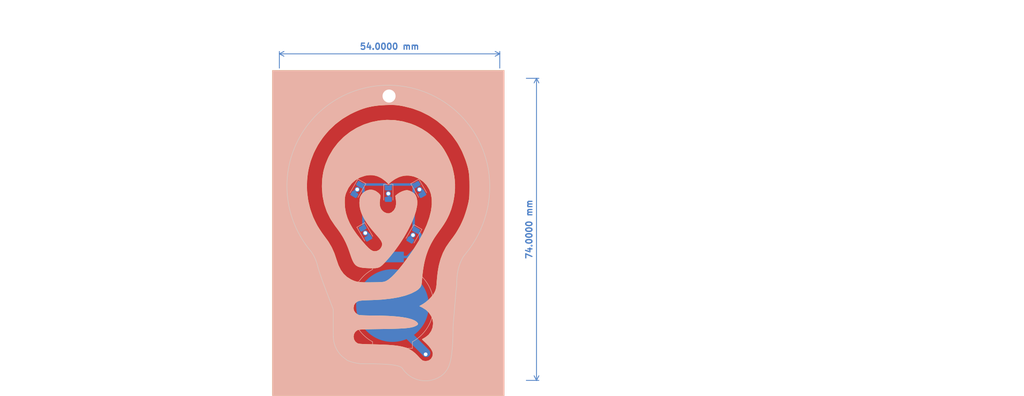
<source format=kicad_pcb>
(kicad_pcb (version 20211014) (generator pcbnew)
  (layers (0 "F.Cu" signal) (31 "B.Cu" signal) (34 "B.Paste" user) (35 "F.Paste" user) (36 "B.SilkS" user "B.Silkscreen") (37 "F.SilkS" user "F.Silkscreen") (38 "B.Mask" user) (39 "F.Mask" user) (44 "Edge.Cuts" user))
  (net 0 "")
  (footprint "MountingHole:MountingHole_3.2mm_M3_ISO7380" (layer "F.Cu") (at 139.8778 55.3466)
    (fp_text reference "REF**" (at 0 -3.85) (layer "F.SilkS"))
    (fp_text value "MountingHole_3.2mm_M3_ISO7380")
    (pad "" np_thru_hole circle (at 0 0) (size 3.2 3.2) (drill 3.2) (layers *.Cu *.Mask))
  )
  (footprint "LOGO" (layer "F.Cu") (at 139.7 88.9)
    (fp_text reference "G***" (at 0 0) (layer "F.SilkS") (effects (font (size 1.524 1.524) (thickness 0.3))))
    (fp_text value "LOGO" hide)
    (fp_poly (pts (xy 28.458639 39.895288) (xy -28.458638 39.895288) (xy -28.458638 -12.66868) (xy -19.940822 -12.66868) (xy -19.933882 -10.419173) (xy -19.674038 -8.192904) (xy -19.167216 -6.013001) (xy -18.419344 -3.902591) (xy -17.436346 -1.8848) (xy -16.224151 0.017243) (xy -15.676 0.741007) (xy -14.647475 2.154205) (xy -13.827478 3.561692) (xy -13.173416 5.04539) (xy -12.711933 6.442121) (xy -12.231146 7.840718) (xy -11.656964 9.006956) (xy -10.973419 9.962925) (xy -10.164545 10.730716) (xy -9.214376 11.332419) (xy -9.155653 11.362157) (xy -8.655327 11.597646) (xy -8.182856 11.778825) (xy -7.693806 11.911804) (xy -7.143744 12.002693) (xy -6.488237 12.0576) (xy -5.68285 12.082637) (xy -4.68315 12.083911) (xy -3.966017 12.075733) (xy -3.020019 12.060716) (xy -2.298306 12.043501) (xy -1.759203 12.019735) (xy -1.361032 11.985063) (xy -1.062121 11.935131) (xy -0.820792 11.865585) (xy -0.595372 11.77207) (xy -0.465445 11.710004) (xy 0.12999 11.331801) (xy 0.832662 10.733408) (xy 1.628529 9.931345) (xy 2.503551 8.942131) (xy 3.443687 7.782285) (xy 4.434895 6.468326) (xy 5.463134 5.016773) (xy 6.361853 3.677818) (xy 7.590659 1.683143) (xy 8.617224 -0.238033) (xy 9.439158 -2.076271) (xy 10.05407 -3.822134) (xy 10.459567 -5.466185) (xy 10.653259 -6.998986) (xy 10.632754 -8.4111) (xy 10.395662 -9.693091) (xy 10.006394 -10.705235) (xy 9.341593 -11.752213) (xy 8.476798 -12.638338) (xy 7.439229 -13.341007) (xy 6.256108 -13.837614) (xy 6.221548 -13.848213) (xy 5.038774 -14.076237) (xy 3.869008 -14.039503) (xy 2.71688 -13.739088) (xy 1.587024 -13.176072) (xy 0.746831 -12.573827) (xy 0.056396 -12.01146) (xy -0.66997 -12.662595) (xy -1.682801 -13.42754) (xy -2.727291 -13.930366) (xy -3.814411 -14.174115) (xy -4.955137 -14.16183) (xy -5.638131 -14.040357) (xy -6.912732 -13.616442) (xy -8.023574 -12.983781) (xy -8.965228 -12.147335) (xy -9.732267 -11.112064) (xy -10.319264 -9.882929) (xy -10.384293 -9.702777) (xy -10.529639 -9.227113) (xy -10.619458 -8.757227) (xy -10.664615 -8.206496) (xy -10.675974 -7.488302) (xy -10.675548 -7.380628) (xy -10.59587 -6.089285) (xy -10.363406 -4.827944) (xy -9.966351 -3.572997) (xy -9.3929 -2.300834) (xy -8.63125 -0.987848) (xy -7.669593 0.389572) (xy -6.496127 1.855033) (xy -5.474397 3.021163) (xy -4.839898 3.677551) (xy -4.299688 4.123952) (xy -3.81475 4.380529) (xy -3.346066 4.467443) (xy -2.854618 4.404856) (xy -2.81614 4.394802) (xy -2.240245 4.113814) (xy -1.94933 3.819142) (xy -1.656423 3.350303) (xy -1.520314 2.907881) (xy -1.551325 2.455312) (xy -1.759776 1.95603) (xy -2.155987 1.373471) (xy -2.75028 0.671067) (xy -2.877468 0.530855) (xy -4.130315 -0.91458) (xy -5.151105 -2.260257) (xy -5.947765 -3.521076) (xy -6.528224 -4.71194) (xy -6.90041 -5.847748) (xy -7.07225 -6.943401) (xy -7.086648 -7.380628) (xy -7.04128 -8.198752) (xy -6.894062 -8.833006) (xy -6.619858 -9.354187) (xy -6.22741 -9.800851) (xy -5.522425 -10.316648) (xy -4.764146 -10.582216) (xy -3.986266 -10.598671) (xy -3.222478 -10.367126) (xy -2.506474 -9.888696) (xy -2.280229 -9.670329) (xy -2.02325 -9.384802) (xy -1.908526 -9.164352) (xy -1.907187 -8.897712) (xy -1.981015 -8.517178) (xy -2.116415 -7.477918) (xy -2.045322 -6.594067) (xy -1.769278 -5.871005) (xy -1.289826 -5.314114) (xy -1.006171 -5.118015) (xy -0.384781 -4.84839) (xy 0.17783 -4.82017) (xy 0.730539 -5.031555) (xy 0.765875 -5.052684) (xy 1.341388 -5.552332) (xy 1.720516 -6.221589) (xy 1.897773 -7.044873) (xy 1.867675 -8.006602) (xy 1.849672 -8.131842) (xy 1.699301 -9.101004) (xy 2.21274 -9.536997) (xy 2.75275 -9.906823) (xy 3.399339 -10.21972) (xy 4.049578 -10.433331) (xy 4.566836 -10.505759) (xy 5.082654 -10.411373) (xy 5.660754 -10.165548) (xy 6.196957 -9.824279) (xy 6.587085 -9.443563) (xy 6.614168 -9.405307) (xy 6.928646 -8.728823) (xy 7.088174 -7.890118) (xy 7.083078 -6.949758) (xy 7.050411 -6.673524) (xy 6.773989 -5.372375) (xy 6.307621 -3.938571) (xy 5.669888 -2.40455) (xy 4.879371 -0.802751) (xy 3.954653 0.83439) (xy 2.914313 2.474433) (xy 1.776934 4.084941) (xy 0.561096 5.633475) (xy -0.714619 7.087598) (xy -1.013819 7.404518) (xy -1.463106 7.854021) (xy -1.860237 8.183995) (xy -2.258013 8.410758) (xy -2.709238 8.550627) (xy -3.266713 8.619919) (xy -3.98324 8.63495) (xy -4.911624 8.612038) (xy -4.920419 8.611733) (xy -5.977061 8.552281) (xy -6.812115 8.435305) (xy -7.466518 8.229766) (xy -7.981205 7.90463) (xy -8.397112 7.428857) (xy -8.755176 6.771411) (xy -9.096333 5.901254) (xy -9.301576 5.28999) (xy -9.827475 3.780591) (xy -10.375748 2.46093) (xy -10.986264 1.255354) (xy -11.698894 0.088211) (xy -12.553507 -1.116154) (xy -12.949897 -1.63277) (xy -14.106497 -3.319833) (xy -15.016151 -5.104959) (xy -15.679202 -6.989156) (xy -16.095991 -8.973434) (xy -16.266861 -11.058802) (xy -16.271511 -11.436649) (xy -16.195144 -13.263669) (xy -15.946697 -14.946356) (xy -15.509933 -16.5559) (xy -14.868619 -18.163493) (xy -14.617754 -18.68872) (xy -13.60102 -20.453975) (xy -12.396799 -22.046005) (xy -11.025548 -23.457415) (xy -9.507722 -24.680809) (xy -7.863774 -25.708794) (xy -6.114162 -26.533973) (xy -4.279339 -27.148952) (xy -2.379761 -27.546335) (xy -0.435884 -27.718729) (xy 1.531838 -27.658738) (xy 3.50295 -27.358966) (xy 5.456995 -26.81202) (xy 6.610404 -26.363134) (xy 8.22568 -25.537589) (xy 9.794656 -24.49095) (xy 11.26077 -23.267893) (xy 12.567457 -21.913095) (xy 13.137916 -21.207413) (xy 13.638166 -20.470409) (xy 14.168881 -19.557513) (xy 14.690103 -18.54931) (xy 15.161872 -17.526383) (xy 15.54423 -16.569317) (xy 15.74828 -15.943224) (xy 16.176322 -13.945181) (xy 16.3523 -11.897455) (xy 16.27821 -9.829063) (xy 15.956046 -7.769028) (xy 15.387801 -5.746367) (xy 14.973258 -4.665468) (xy 14.568708 -3.775161) (xy 14.11272 -2.917941) (xy 13.569303 -2.034287) (xy 12.902465 -1.064677) (xy 12.30338 -0.250166) (xy 11.309059 1.173854) (xy 10.476303 2.59803) (xy 9.792074 4.061701) (xy 9.243339 5.604206) (xy 8.817061 7.264885) (xy 8.500203 9.083075) (xy 8.279732 11.098115) (xy 8.206358 12.113757) (xy 8.08838 12.787917) (xy 7.803488 13.343984) (xy 7.315086 13.837609) (xy 6.863146 14.156442) (xy 5.692751 14.774454) (xy 4.277577 15.297726) (xy 2.62169 15.725418) (xy 0.729152 16.056691) (xy -1.395973 16.290703) (xy -3.74962 16.426617) (xy -4.189005 16.440372) (xy -5.163358 16.470474) (xy -5.911401 16.502686) (xy -6.472787 16.5409) (xy -6.887167 16.589004) (xy -7.194196 16.650891) (xy -7.433524 16.730451) (xy -7.516517 16.766849) (xy -8.064728 17.147727) (xy -8.395167 17.679642) (xy -8.510794 18.367456) (xy -8.510995 18.40097) (xy -8.465746 18.865933) (xy -8.291419 19.235598) (xy -8.101102 19.474342) (xy -7.721517 19.80877) (xy -7.29741 20.045122) (xy -7.203458 20.076657) (xy -6.926127 20.117238) (xy -6.430468 20.153087) (xy -5.764107 20.182257) (xy -4.974672 20.202802) (xy -4.109786 20.212777) (xy -3.856544 20.213412) (xy -1.674342 20.240422) (xy 0.28285 20.318876) (xy 2.009638 20.448) (xy 3.500627 20.627017) (xy 4.750424 20.855151) (xy 5.753635 21.131626) (xy 6.504866 21.455667) (xy 6.939607 21.766332) (xy 7.227416 22.095478) (xy 7.278232 22.34445) (xy 7.084077 22.565704) (xy 6.792276 22.735174) (xy 6.447095 22.892394) (xy 6.060749 23.026003) (xy 5.608555 23.138302) (xy 5.065835 23.231594) (xy 4.407907 23.30818) (xy 3.610092 23.370365) (xy 2.647709 23.420449) (xy 1.496078 23.460736) (xy 0.130519 23.493528) (xy -1.473648 23.521126) (xy -1.662303 23.523894) (xy -3.036625 23.544489) (xy -4.170399 23.563712) (xy -5.08903 23.582967) (xy -5.817926 23.603658) (xy -6.382491 23.627189) (xy -6.808132 23.654964) (xy -7.120255 23.688388) (xy -7.344266 23.728864) (xy -7.505572 23.777796) (xy -7.629577 23.83659) (xy -7.661818 23.85546) (xy -8.16674 24.303514) (xy -8.449769 24.89453) (xy -8.510995 25.4) (xy -8.393687 26.08369) (xy -8.047913 26.636426) (xy -7.661818 26.944407) (xy -7.521718 27.016462) (xy -7.344231 27.074923) (xy -7.098815 27.122101) (xy -6.754926 27.160309) (xy -6.282023 27.191858) (xy -5.649562 27.21906) (xy -4.827001 27.244227) (xy -3.783798 27.26967) (xy -3.191623 27.282748) (xy -1.404982 27.335472) (xy 0.142779 27.4157) (xy 1.477982 27.530767) (xy 2.626949 27.688007) (xy 3.616003 27.894757) (xy 4.471466 28.15835) (xy 5.21966 28.486121) (xy 5.886908 28.885405) (xy 6.499533 29.363537) (xy 7.083855 29.927852) (xy 7.352646 30.220939) (xy 7.745343 30.643276) (xy 8.101686 30.991436) (xy 8.366844 31.213284) (xy 8.444503 31.259143) (xy 8.996971 31.368555) (xy 9.601964 31.314519) (xy 9.986307 31.178361) (xy 10.457179 30.794646) (xy 10.777832 30.244761) (xy 10.903817 29.60657) (xy 10.904215 29.570389) (xy 10.790961 29.047204) (xy 10.463852 28.427224) (xy 9.943126 27.739908) (xy 9.249021 27.014713) (xy 8.975782 26.763554) (xy 8.617971 26.433403) (xy 8.36251 26.17588) (xy 8.25315 26.035808) (xy 8.254043 26.024161) (xy 8.392852 25.937989) (xy 8.687068 25.765268) (xy 8.924955 25.628227) (xy 9.387388 25.312973) (xy 9.829809 24.932347) (xy 9.968693 24.787096) (xy 10.538039 23.95693) (xy 10.866921 23.06512) (xy 10.963666 22.144053) (xy 10.836602 21.226115) (xy 10.494056 20.343691) (xy 9.944356 19.529169) (xy 9.195829 18.814934) (xy 8.287353 18.248422) (xy 7.598266 17.906381) (xy 8.420337 17.430939) (xy 9.18425 16.911638) (xy 9.933482 16.264415) (xy 10.604754 15.553737) (xy 11.134784 14.844073) (xy 11.366066 14.429996) (xy 11.526998 14.056762) (xy 11.643536 13.689933) (xy 11.728193 13.263977) (xy 11.793477 12.71336) (xy 11.851901 11.97255) (xy 11.861126 11.836803) (xy 12.058039 9.804638) (xy 12.367651 7.986639) (xy 12.800475 6.351419) (xy 13.367023 4.867587) (xy 14.077809 3.503756) (xy 14.943345 2.228536) (xy 15.180811 1.925283) (xy 16.516141 0.097468) (xy 17.620084 -1.787861) (xy 18.514837 -3.776539) (xy 19.222604 -5.914399) (xy 19.497728 -6.986971) (xy 19.625228 -7.547349) (xy 19.720162 -8.028805) (xy 19.78738 -8.487474) (xy 19.831731 -8.979494) (xy 19.858065 -9.561002) (xy 19.871231 -10.288135) (xy 19.876079 -11.21703) (xy 19.876376 -11.370157) (xy 19.869243 -12.560751) (xy 19.837256 -13.549078) (xy 19.771269 -14.398373) (xy 19.662136 -15.171873) (xy 19.500711 -15.932814) (xy 19.277847 -16.744432) (xy 18.984399 -17.669963) (xy 18.950363 -17.772589) (xy 18.108024 -19.897987) (xy 17.039414 -21.886459) (xy 15.740872 -23.743728) (xy 14.208739 -25.475517) (xy 13.717621 -25.957542) (xy 12.007879 -27.402711) (xy 10.135902 -28.645327) (xy 8.124063 -29.674302) (xy 5.994737 -30.478545) (xy 3.770298 -31.046969) (xy 3.258115 -31.14138) (xy 2.58937 -31.247507) (xy 1.991874 -31.318502) (xy 1.391759 -31.358171) (xy 0.715156 -31.370317) (xy -0.111805 -31.358745) (xy -0.664921 -31.343421) (xy -2.41637 -31.238251) (xy -3.994627 -31.023954) (xy -5.476847 -30.680554) (xy -6.940186 -30.188074) (xy -8.461798 -29.526538) (xy -9.3089 -29.105376) (xy -11.23565 -27.965161) (xy -13.009298 -26.617825) (xy -14.615268 -25.08329) (xy -16.03898 -23.381483) (xy -17.265857 -21.532329) (xy -18.281319 -19.555753) (xy -19.070788 -17.471681) (xy -19.619686 -15.300037) (xy -19.68893 -14.918298) (xy -19.940822 -12.66868) (xy -28.458638 -12.66868) (xy -28.458638 -39.895287) (xy 28.458639 -39.895287)) (layer "F.SilkS") (width 0) (fill solid))
  )
  (footprint "LED_SMD:LED_1206_3216Metric" (layer "B.Cu") (at 139.7 79.248 -90)
    (fp_text reference "REF**" hide)
    (fp_text value "LED_1206_3216Metric")
    (fp_line (start -2.285 -1.135) (end 1.6 -1.135) (layer "B.SilkS") (width 0.12))
    (fp_line (start -2.285 1.135) (end -2.285 -1.135) (layer "B.SilkS") (width 0.12))
    (fp_line (start 1.6 1.135) (end -2.285 1.135) (layer "B.SilkS") (width 0.12))
    (pad "1" smd roundrect (at -1.4 0 270) (size 1.25 1.75) (layers "B.Cu" "B.Paste" "B.Mask") (roundrect_rratio 0.2))
    (pad "2" smd roundrect (at 1.4 0 270) (size 1.25 1.75) (layers "B.Cu" "B.Paste" "B.Mask") (roundrect_rratio 0.2))
  )
  (footprint "LED_SMD:LED_1206_3216Metric" (layer "B.Cu") (at 147.32 78.232 -60)
    (fp_text reference "REF**" hide)
    (fp_text value "LED_1206_3216Metric")
    (fp_line (start -2.285 -1.135) (end 1.6 -1.135) (layer "B.SilkS") (width 0.12))
    (fp_line (start -2.285 1.135) (end -2.285 -1.135) (layer "B.SilkS") (width 0.12))
    (fp_line (start 1.6 1.135) (end -2.285 1.135) (layer "B.SilkS") (width 0.12))
    (pad "1" smd roundrect (at -1.4 0 300) (size 1.25 1.75) (layers "B.Cu" "B.Paste" "B.Mask") (roundrect_rratio 0.2))
    (pad "2" smd roundrect (at 1.4 0 300) (size 1.25 1.75) (layers "B.Cu" "B.Paste" "B.Mask") (roundrect_rratio 0.2))
  )
  (footprint "Battery:BatteryHolder_MPD_BC2003_1x2032" (layer "B.Cu") (at 140.716 106.68 90)
    (fp_text reference "REF**" hide)
    (fp_text value "BatteryHolder_MPD_BC2003_1x2032")
    (fp_line (start 10.47 -4.885) (end 8.86291 -4.885) (layer "B.SilkS") (width 0.12))
    (fp_line (start -10.47 -4.885) (end -8.86291 -4.885) (layer "B.SilkS") (width 0.12))
    (fp_line (start -10.47 3) (end -10.47 4.885) (layer "B.SilkS") (width 0.12))
    (fp_line (start -10.47 4.885) (end -8.86291 4.885) (layer "B.SilkS") (width 0.12))
    (fp_line (start 10.47 4.885) (end 8.86291 4.885) (layer "B.SilkS") (width 0.12))
    (fp_line (start -10.47 -3) (end -10.47 -4.885) (layer "B.SilkS") (width 0.12))
    (fp_line (start 10.47 3) (end 10.47 4.885) (layer "B.SilkS") (width 0.12))
    (fp_line (start 10.47 -3) (end 10.47 -4.885) (layer "B.SilkS") (width 0.12))
    (fp_arc (start 8.86291 4.885) (mid 0 10.12) (end -8.86291 4.885) (layer "B.SilkS") (width 0.12))
    (fp_arc (start -8.86291 -4.885) (mid 0.002187 -10.12) (end 8.865021 -4.881168) (layer "B.SilkS") (width 0.12))
    (pad "1" smd rect (at 11.905 0 90) (size 2.6 5.56) (layers "B.Cu" "B.Paste" "B.Mask"))
    (pad "1" smd rect (at -11.905 0 90) (size 2.6 5.56) (layers "B.Cu" "B.Paste" "B.Mask"))
    (pad "2" smd circle (at 0 0 90) (size 17.8 17.8) (layers "B.Cu" "B.Mask"))
  )
  (footprint "LED_SMD:LED_1206_3216Metric" (layer "B.Cu") (at 132.08 78.232 -120)
    (fp_text reference "REF**" hide)
    (fp_text value "LED_1206_3216Metric")
    (fp_line (start -2.285 -1.135) (end 1.6 -1.135) (layer "B.SilkS") (width 0.12))
    (fp_line (start -2.285 1.135) (end -2.285 -1.135) (layer "B.SilkS") (width 0.12))
    (fp_line (start 1.6 1.135) (end -2.285 1.135) (layer "B.SilkS") (width 0.12))
    (pad "1" smd roundrect (at -1.4 0 240) (size 1.25 1.75) (layers "B.Cu" "B.Paste" "B.Mask") (roundrect_rratio 0.2))
    (pad "2" smd roundrect (at 1.4 0 240) (size 1.25 1.75) (layers "B.Cu" "B.Paste" "B.Mask") (roundrect_rratio 0.2))
  )
  (footprint "LED_SMD:LED_1206_3216Metric" (layer "B.Cu") (at 134.112 88.9 -60)
    (fp_text reference "REF**" hide)
    (fp_text value "LED_1206_3216Metric")
    (fp_line (start -2.285 -1.135) (end 1.6 -1.135) (layer "B.SilkS") (width 0.12))
    (fp_line (start -2.285 1.135) (end -2.285 -1.135) (layer "B.SilkS") (width 0.12))
    (fp_line (start 1.6 1.135) (end -2.285 1.135) (layer "B.SilkS") (width 0.12))
    (pad "1" smd roundrect (at -1.4 0 300) (size 1.25 1.75) (layers "B.Cu" "B.Paste" "B.Mask") (roundrect_rratio 0.2))
    (pad "2" smd roundrect (at 1.4 0 300) (size 1.25 1.75) (layers "B.Cu" "B.Paste" "B.Mask") (roundrect_rratio 0.2))
  )
  (footprint "LOGO" (layer "B.Cu") (at 139.7 88.9 180)
    (fp_text reference "G***" (at 0 0) (layer "B.SilkS") (effects (font (size 1.524 1.524) (thickness 0.3)) (justify mirror)))
    (fp_text value "LOGO" hide)
    (fp_poly (pts (xy 28.458639 -39.895288) (xy -28.458638 -39.895288) (xy -28.458638 11.501848) (xy -19.876521 11.501848) (xy -19.876376 11.370157) (xy -19.872324 10.407706) (xy -19.860649 9.655072) (xy -19.836503 9.056119) (xy -19.795035 8.554708) (xy -19.731396 8.094703) (xy -19.640737 7.619967) (xy -19.518208 7.074362) (xy -19.497728 6.986971) (xy -18.870404 4.762896) (xy -18.066558 2.709607) (xy -17.063989 0.781272) (xy -15.840496 -1.067944) (xy -15.18081 -1.925283) (xy -14.18844 -3.323478) (xy -13.400324 -4.811709) (xy -12.852463 -6.227179) (xy -12.524859 -7.316284) (xy -12.270683 -8.412361) (xy -12.077361 -9.58655) (xy -11.932324 -10.909988) (xy -11.861126 -11.836803) (xy -11.802646 -12.612876) (xy -11.73924 -13.188623) (xy -11.658397 -13.629574) (xy -11.547607 -14.001263) (xy -11.394358 -14.369223) (xy -11.366066 -14.429996) (xy -10.956347 -15.106325) (xy -10.365864 -15.823928) (xy -9.6579 -16.518339) (xy -8.895736 -17.125089) (xy -8.420337 -17.430939) (xy -7.598266 -17.906381) (xy -8.287353 -18.248422) (xy -9.237881 -18.836549) (xy -9.977411 -19.563072) (xy -10.527553 -20.437204) (xy -10.773083 -20.984555) (xy -10.903383 -21.438955) (xy -10.949602 -21.929516) (xy -10.951294 -22.193664) (xy -10.816422 -23.213832) (xy -10.441715 -24.132811) (xy -9.842398 -24.92479) (xy -9.033699 -25.563962) (xy -8.924954 -25.628227) (xy -8.570546 -25.833124) (xy -8.322374 -25.98049) (xy -8.254043 -26.024161) (xy -8.318271 -26.126373) (xy -8.539972 -26.357683) (xy -8.875392 -26.67327) (xy -8.975781 -26.763554) (xy -9.69781 -27.467907) (xy -10.271629 -28.15324) (xy -10.673885 -28.785891) (xy -10.881221 -29.332197) (xy -10.904712 -29.543747) (xy -10.792728 -30.241401) (xy -10.477653 -30.793632) (xy -9.990797 -31.170929) (xy -9.363473 -31.34378) (xy -8.995281 -31.343341) (xy -8.707969 -31.308323) (xy -8.471072 -31.236983) (xy -8.234179 -31.094631) (xy -7.946877 -30.846575) (xy -7.558755 -30.458125) (xy -7.266486 -30.153676) (xy -6.667311 -29.561056) (xy -6.07284 -29.057382) (xy -5.455409 -28.635061) (xy -4.787349 -28.286498) (xy -4.040994 -28.004097) (xy -3.188678 -27.780264) (xy -2.202733 -27.607403) (xy -1.055495 -27.47792) (xy 0.280706 -27.384219) (xy 1.833534 -27.318707) (xy 3.191623 -27.282748) (xy 4.352381 -27.256343) (xy 5.277738 -27.231332) (xy 5.998238 -27.205402) (xy 6.544423 -27.176242) (xy 6.946835 -27.14154) (xy 7.236018 -27.098985) (xy 7.442514 -27.046264) (xy 7.596865 -26.981066) (xy 7.661818 -26.944407) (xy 8.166678 -26.496554) (xy 8.449725 -25.905647) (xy 8.510995 -25.4) (xy 8.393671 -24.716272) (xy 8.047827 -24.163449) (xy 7.661818 -23.85546) (xy 7.543821 -23.793581) (xy 7.395806 -23.741965) (xy 7.192369 -23.699209) (xy 6.908103 -23.663907) (xy 6.517602 -23.634656) (xy 5.99546 -23.610051) (xy 5.316271 -23.58869) (xy 4.45463 -23.569167) (xy 3.385129 -23.550079) (xy 2.082364 -23.530021) (xy 1.662304 -23.523894) (xy 0.030877 -23.496719) (xy -1.359275 -23.464599) (xy -2.532832 -23.425233) (xy -3.514474 -23.376319) (xy -4.328882 -23.315553) (xy -5.000735 -23.240633) (xy -5.554714 -23.149257) (xy -6.0155 -23.039123) (xy -6.407773 -22.907928) (xy -6.756212 -22.75337) (xy -6.792275 -22.735174) (xy -7.165642 -22.501697) (xy -7.288362 -22.277834) (xy -7.16841 -22.011131) (xy -6.939607 -21.766332) (xy -6.405735 -21.402661) (xy -5.615321 -21.0859) (xy -4.573758 -20.816823) (xy -3.286439 -20.596208) (xy -1.75876 -20.42483) (xy 0.003886 -20.303464) (xy 1.996106 -20.232887) (xy 3.856545 -20.213412) (xy 4.734194 -20.206801) (xy 5.549945 -20.189065) (xy 6.256171 -20.162151) (xy 6.805246 -20.128005) (xy 7.149545 -20.088572) (xy 7.203458 -20.076657) (xy 7.615406 -19.87997) (xy 8.019939 -19.560309) (xy 8.101102 -19.474342) (xy 8.431972 -18.917459) (xy 8.532477 -18.312092) (xy 8.415415 -17.717516) (xy 8.093583 -17.193) (xy 7.57978 -16.797819) (xy 7.516518 -16.766849) (xy 7.292758 -16.679398) (xy 7.016659 -16.611128) (xy 6.648566 -16.558146) (xy 6.148829 -16.516563) (xy 5.477793 -16.482488) (xy 4.595807 -16.45203) (xy 4.189005 -16.440372) (xy 1.795396 -16.321882) (xy -0.370408 -16.105144) (xy -2.304344 -15.790998) (xy -4.002347 -15.380284) (xy -5.460354 -14.873841) (xy -6.674302 -14.27251) (xy -6.863146 -14.156442) (xy -7.506019 -13.67354) (xy -7.921213 -13.164952) (xy -8.145324 -12.575026) (xy -8.206357 -12.113757) (xy -8.386428 -9.99372) (xy -8.656819 -8.088836) (xy -9.030566 -6.359767) (xy -9.520705 -4.767174) (xy -10.140272 -3.271718) (xy -10.902302 -1.83406) (xy -11.819831 -0.414862) (xy -12.303379 0.250166) (xy -13.373263 1.755884) (xy -14.242014 3.17075) (xy -14.932819 4.546807) (xy -15.468865 5.936102) (xy -15.873338 7.390679) (xy -16.161396 8.909947) (xy -16.358715 10.981774) (xy -16.300779 12.990664) (xy -15.984878 14.953951) (xy -15.4083 16.88897) (xy -14.632821 18.684293) (xy -13.615154 20.473675) (xy -12.432646 22.061931) (xy -11.06718 23.46977) (xy -9.500639 24.717901) (xy -9.137105 24.966533) (xy -7.366357 25.994974) (xy -5.52782 26.779417) (xy -3.641899 27.325254) (xy -1.729002 27.637878) (xy 0.190463 27.722683) (xy 2.09609 27.585061) (xy 3.967471 27.230406) (xy 5.784201 26.664111) (xy 7.52587 25.891569) (xy 9.172074 24.918173) (xy 10.702403 23.749315) (xy 12.096452 22.39039) (xy 13.333813 20.84679) (xy 14.394079 19.123908) (xy 14.617754 18.68872) (xy 15.327897 17.066731) (xy 15.8283 15.465553) (xy 16.135196 13.813996) (xy 16.264819 12.040868) (xy 16.271511 11.436649) (xy 16.14392 9.333371) (xy 15.77047 7.331361) (xy 15.150818 5.42961) (xy 14.284624 3.627108) (xy 13.171544 1.922845) (xy 12.949898 1.63277) (xy 12.026301 0.391724) (xy 11.260866 -0.781403) (xy 10.613722 -1.962263) (xy 10.044999 -3.22651) (xy 9.514828 -4.649798) (xy 9.301576 -5.28999) (xy 8.951545 -6.297062) (xy 8.608235 -7.073507) (xy 8.230713 -7.650363) (xy 7.77804 -8.058667) (xy 7.209283 -8.329456) (xy 6.483504 -8.493767) (xy 5.559767 -8.582638) (xy 4.920419 -8.611733) (xy 3.990044 -8.634893) (xy 3.271965 -8.620247) (xy 2.713381 -8.551476) (xy 2.261488 -8.412264) (xy 1.863484 -8.186294) (xy 1.466566 -7.857249) (xy 1.017933 -7.408812) (xy 1.013819 -7.404518) (xy -0.190258 -6.074779) (xy -1.338974 -4.665277) (xy -2.419728 -3.200515) (xy -3.419917 -1.704993) (xy -4.326941 -0.203214) (xy -5.128197 1.280322) (xy -5.811085 2.721113) (xy -6.363002 4.094657) (xy -6.771348 5.376453) (xy -7.02352 6.542) (xy -7.106917 7.566796) (xy -7.044619 8.263734) (xy -6.907417 8.765986) (xy -6.711967 9.236106) (xy -6.614168 9.405307) (xy -6.244471 9.78689) (xy -5.718234 10.134651) (xy -5.139636 10.392594) (xy -4.612855 10.504722) (xy -4.566836 10.505759) (xy -4.005419 10.422323) (xy -3.352042 10.200256) (xy -2.709631 9.881914) (xy -2.212739 9.536997) (xy -1.699301 9.101004) (xy -1.849671 8.131842) (xy -1.905278 7.154391) (xy -1.752864 6.313494) (xy -1.397915 5.624736) (xy -0.845916 5.103698) (xy -0.765875 5.052684) (xy -0.212163 4.826382) (xy 0.348398 4.839571) (xy 0.964682 5.094053) (xy 1.006172 5.118015) (xy 1.57724 5.597877) (xy 1.945599 6.246345) (xy 2.109707 7.05804) (xy 2.06802 8.027581) (xy 1.981015 8.517178) (xy 1.903711 8.924105) (xy 1.913297 9.182737) (xy 2.038646 9.404342) (xy 2.28023 9.670329) (xy 2.97235 10.232324) (xy 3.723693 10.547811) (xy 4.500566 10.615678) (xy 5.269277 10.434808) (xy 5.996133 10.00409) (xy 6.227411 9.800851) (xy 6.642739 9.321328) (xy 6.907635 8.794776) (xy 7.047233 8.150399) (xy 7.086649 7.380628) (xy 6.993966 6.297035) (xy 6.704159 5.179344) (xy 6.209301 4.012653) (xy 5.501464 2.782062) (xy 4.572719 1.472669) (xy 3.41514 0.069575) (xy 2.877469 -0.530855) (xy 2.246877 -1.258394) (xy 1.816201 -1.859589) (xy 1.575121 -2.371005) (xy 1.513317 -2.829207) (xy 1.620466 -3.27076) (xy 1.886249 -3.732229) (xy 1.94933 -3.819142) (xy 2.417585 -4.231588) (xy 2.816141 -4.394802) (xy 3.310836 -4.467686) (xy 3.779869 -4.392566) (xy 4.262259 -4.149281) (xy 4.797024 -3.717669) (xy 5.42318 -3.077566) (xy 5.474398 -3.021163) (xy 6.813772 -1.474539) (xy 7.932519 -0.033591) (xy 8.842443 1.325291) (xy 9.555349 2.625714) (xy 10.083042 3.891289) (xy 10.437327 5.145623) (xy 10.63001 6.412325) (xy 10.675549 7.380628) (xy 10.667708 8.126311) (xy 10.627449 8.69352) (xy 10.543909 9.168877) (xy 10.406223 9.639001) (xy 10.384293 9.702777) (xy 9.821969 10.957653) (xy 9.078871 12.019332) (xy 8.160426 12.882855) (xy 7.072063 13.543261) (xy 5.819209 13.995589) (xy 5.638132 14.040357) (xy 4.461694 14.198178) (xy 3.345157 14.101711) (xy 2.277547 13.747914) (xy 1.247892 13.133743) (xy 0.66997 12.662595) (xy -0.056395 12.01146) (xy -0.74683 12.573827) (xy -1.246036 12.937087) (xy -1.845854 13.313002) (xy -2.323045 13.572262) (xy -3.377501 13.949847) (xy -4.478266 14.087972) (xy -5.589313 14.000081) (xy -6.674615 13.699616) (xy -7.698146 13.200022) (xy -8.623878 12.514741) (xy -9.415784 11.657218) (xy -10.006393 10.705235) (xy -10.435885 9.545445) (xy -10.646685 8.247234) (xy -10.641187 6.820039) (xy -10.421781 5.273297) (xy -9.990859 3.616445) (xy -9.350811 1.858922) (xy -8.50403 0.010164) (xy -7.452906 -1.920392) (xy -6.361853 -3.677818) (xy -5.313073 -5.234002) (xy -4.289309 -6.666729) (xy -3.304601 -7.959478) (xy -2.372991 -9.095733) (xy -1.508519 -10.058972) (xy -0.725228 -10.832677) (xy -0.037157 -11.40033) (xy 0.465445 -11.710004) (xy 0.69962 -11.818288) (xy 0.927174 -11.90025) (xy 1.189783 -11.960244) (xy 1.529122 -12.002624) (xy 1.986867 -12.031745) (xy 2.604692 -12.051961) (xy 3.424274 -12.067625) (xy 3.966017 -12.075733) (xy 5.104703 -12.085857) (xy 6.022221 -12.075913) (xy 6.763003 -12.03979) (xy 7.371484 -11.971379) (xy 7.892097 -11.864569) (xy 8.369277 -11.713253) (xy 8.847455 -11.511319) (xy 9.155653 -11.362157) (xy 10.114354 -10.769253) (xy 10.93085 -10.011519) (xy 11.621106 -9.066865) (xy 12.201091 -7.913201) (xy 12.686771 -6.528437) (xy 12.711934 -6.442121) (xy 13.257523 -4.827654) (xy 13.932485 -3.359722) (xy 14.779412 -1.956403) (xy 15.676 -0.741007) (xy 17.003303 1.137041) (xy 18.088253 3.122395) (xy 18.927826 5.206344) (xy 19.519 7.380179) (xy 19.858754 9.635189) (xy 19.947644 11.569633) (xy 19.820743 13.888428) (xy 19.441949 16.124207) (xy 18.814127 18.269855) (xy 17.940145 20.318259) (xy 16.822865 22.262306) (xy 15.465155 24.09488) (xy 14.442881 25.235573) (xy 13.126868 26.50574) (xy 11.805206 27.575289) (xy 10.40327 28.500471) (xy 9.308901 29.105376) (xy 7.725897 29.863541) (xy 6.241624 30.442176) (xy 4.778926 30.861256) (xy 3.260648 31.140757) (xy 1.609635 31.300657) (xy 0.664922 31.343421) (xy -0.27782 31.366554) (xy -1.029059 31.368088) (xy -1.662664 31.344219) (xy -2.252504 31.291142) (xy -2.87245 31.205053) (xy -3.258115 31.14138) (xy -5.500901 30.627636) (xy -7.653616 29.875573) (xy -9.693887 28.89628) (xy -11.599339 27.700846) (xy -13.347598 26.30036) (xy -13.71762 25.957542) (xy -15.318534 24.261253) (xy -16.68479 22.441153) (xy -17.820049 20.491519) (xy -18.727969 18.406626) (xy -18.950363 17.772589) (xy -19.251475 16.831984) (xy -19.481075 16.011701) (xy -19.648311 15.248504) (xy -19.762327 14.479156) (xy -19.83227 13.640422) (xy -19.867286 12.669065) (xy -19.876521 11.501848) (xy -28.458638 11.501848) (xy -28.458638 39.895287) (xy 28.458639 39.895287)) (layer "B.SilkS") (width 0) (fill solid))
  )
  (footprint "LED_SMD:LED_1206_3216Metric" (layer "B.Cu") (at 145.796 89.408 -120)
    (fp_text reference "REF**" hide)
    (fp_text value "LED_1206_3216Metric")
    (fp_line (start -2.285 -1.135) (end 1.6 -1.135) (layer "B.SilkS") (width 0.12))
    (fp_line (start -2.285 1.135) (end -2.285 -1.135) (layer "B.SilkS") (width 0.12))
    (fp_line (start 1.6 1.135) (end -2.285 1.135) (layer "B.SilkS") (width 0.12))
    (pad "1" smd roundrect (at -1.4 0 240) (size 1.25 1.75) (layers "B.Cu" "B.Paste" "B.Mask") (roundrect_rratio 0.2))
    (pad "2" smd roundrect (at 1.4 0 240) (size 1.25 1.75) (layers "B.Cu" "B.Paste" "B.Mask") (roundrect_rratio 0.2))
  )
  (gr_poly (pts (xy 139.71382 52.694517) (xy 139.781675 52.694986) (xy 140.520557 52.708175) (xy 141.258649 52.743566) (xy 141.995322 52.801008) (xy 142.729947 52.880352) (xy 143.461897 52.981447) (xy 144.190543 53.104141) (xy 144.915256 53.248284) (xy 145.635408 53.413725) (xy 146.35037 53.600314) (xy 147.059515 53.8079) (xy 147.762213 54.036333) (xy 148.457837 54.285461) (xy 149.145758 54.555135) (xy 149.825348 54.845202) (xy 150.495977 55.155514) (xy 151.157018 55.485918) (xy 151.814894 55.838507) (xy 152.461668 56.21096) (xy 153.096826 56.602841) (xy 153.719858 57.013714) (xy 154.33025 57.443144) (xy 154.927489 57.890693) (xy 155.511064 58.355927) (xy 156.080462 58.838409) (xy 156.635169 59.337702) (xy 157.174674 59.853371) (xy 157.698464 60.384981) (xy 158.206027 60.932094) (xy 158.69685 61.494274) (xy 159.17042 62.071087) (xy 159.626225 62.662095) (xy 160.063753 63.266863) (xy 160.475693 63.87174) (xy 160.869214 64.488688) (xy 161.24408 65.117112) (xy 161.600052 65.756415) (xy 161.936892 66.406002) (xy 162.254362 67.065279) (xy 162.552224 67.73365) (xy 162.830241 68.410519) (xy 163.088175 69.095291) (xy 163.325786 69.787372) (xy 163.542839 70.486165) (xy 163.739094 71.191075) (xy 163.914314 71.901508) (xy 164.068261 72.616867) (xy 164.200697 73.336557) (xy 164.311384 74.059984) (xy 164.430526 75.082566) (xy 164.5074 76.109091) (xy 164.54241 77.137908) (xy 164.535959 78.167365) (xy 164.488453 79.195811) (xy 164.400296 80.221592) (xy 164.271893 81.243058) (xy 164.103647 82.258556) (xy 163.957309 82.986311) (xy 163.789914 83.709445) (xy 163.601708 84.427406) (xy 163.392938 85.139644) (xy 163.16385 85.845607) (xy 162.914693 86.544744) (xy 162.645713 87.236504) (xy 162.357157 87.920336) (xy 162.049272 88.595689) (xy 161.722305 89.262011) (xy 161.376503 89.918751) (xy 161.012113 90.565359) (xy 160.629382 91.201283) (xy 160.228557 91.825972) (xy 159.809885 92.438875) (xy 159.373613 93.03944) (xy 159.278398 93.168032) (xy 159.181201 93.29511) (xy 158.983318 93.54658) (xy 158.784881 93.797567) (xy 158.686992 93.924041) (xy 158.590807 94.051788) (xy 158.517499 94.130197) (xy 158.446732 94.210637) (xy 158.378378 94.292976) (xy 158.312309 94.377086) (xy 158.248397 94.462834) (xy 158.186514 94.55009) (xy 158.126533 94.638724) (xy 158.068324 94.728604) (xy 157.956715 94.911583) (xy 157.850663 95.097983) (xy 157.749145 95.286757) (xy 157.651136 95.47686) (xy 157.504569 95.789257) (xy 157.368836 96.105982) (xy 157.243695 96.426715) (xy 157.128904 96.751136) (xy 157.02422 97.078924) (xy 156.929402 97.409761) (xy 156.844207 97.743325) (xy 156.768394 98.079298) (xy 156.70172 98.417358) (xy 156.643943 98.757186) (xy 156.594821 99.098462) (xy 156.554111 99.440865) (xy 156.521573 99.784077) (xy 156.496963 100.127776) (xy 156.480039 100.471643) (xy 156.47056 100.815357) (xy 156.46998 101.09589) (xy 156.463335 101.376392) (xy 156.450206 101.656651) (xy 156.430175 101.936453) (xy 156.402827 102.215582) (xy 156.367742 102.493827) (xy 156.324504 102.770971) (xy 156.272695 103.046802) (xy 156.130921 104.921497) (xy 155.977217 106.795354) (xy 155.658121 110.542148) (xy 155.643104 110.705834) (xy 155.630647 110.869711) (xy 155.609601 111.197738) (xy 155.587351 111.525632) (xy 155.573391 111.689341) (xy 155.556268 111.852791) (xy 155.553078 111.972768) (xy 155.551797 112.09286) (xy 155.552744 112.333274) (xy 155.554673 112.573801) (xy 155.55462 112.694034) (xy 155.553148 112.814209) (xy 155.527172 114.167704) (xy 155.503723 114.844255) (xy 155.472401 115.52047) (xy 155.432533 116.196196) (xy 155.383444 116.87128) (xy 155.324461 117.545568) (xy 155.254911 118.218906) (xy 155.201389 118.647687) (xy 155.141744 119.076621) (xy 155.073045 119.504452) (xy 154.992364 119.929928) (xy 154.896769 120.351792) (xy 154.842464 120.560979) (xy 154.783333 120.768792) (xy 154.719008 120.975076) (xy 154.649124 121.179673) (xy 154.573314 121.382426) (xy 154.491212 121.583179) (xy 154.419459 121.740988) (xy 154.343876 121.897163) (xy 154.264205 122.051344) (xy 154.180188 122.203171) (xy 154.091566 122.352284) (xy 153.998082 122.498323) (xy 153.949435 122.570078) (xy 153.899477 122.64093) (xy 153.848173 122.710833) (xy 153.795492 122.779743) (xy 153.768596 122.817657) (xy 153.741044 122.855011) (xy 153.712877 122.891839) (xy 153.684138 122.928178) (xy 153.625104 122.999526) (xy 153.564272 123.069339) (xy 153.501973 123.137898) (xy 153.438536 123.205486) (xy 153.309572 123.338878) (xy 153.273677 123.37968) (xy 153.236509 123.419073) (xy 153.198189 123.457193) (xy 153.15884 123.494177) (xy 153.118585 123.53016) (xy 153.077548 123.565277) (xy 152.993613 123.633457) (xy 152.90802 123.699803) (xy 152.821748 123.765401) (xy 152.735782 123.831336) (xy 152.651102 123.898693) (xy 152.519707 123.986321) (xy 152.386404 124.071211) (xy 152.251254 124.153261) (xy 152.114318 124.232369) (xy 151.975656 124.308433) (xy 151.835328 124.381352) (xy 151.693395 124.451023) (xy 151.549917 124.517345) (xy 151.29956 124.623868) (xy 151.045086 124.719901) (xy 150.78693 124.805403) (xy 150.525528 124.880331) (xy 150.261314 124.944645) (xy 149.994726 124.998304) (xy 149.726196 125.041266) (xy 149.456161 125.073489) (xy 149.185056 125.094933) (xy 148.913317 125.105555) (xy 148.641378 125.105315) (xy 148.369674 125.094171) (xy 148.098642 125.072083) (xy 147.828716 125.039007) (xy 147.560332 124.994904) (xy 147.293924 124.939731) (xy 147.028239 124.874437) (xy 146.765571 124.798173) (xy 146.506303 124.711168) (xy 146.250818 124.613648) (xy 145.999501 124.505843) (xy 145.752735 124.387979) (xy 145.510903 124.260285) (xy 145.27439 124.122989) (xy 145.043579 123.976317) (xy 144.818854 123.820498) (xy 144.600597 123.655759) (xy 144.389194 123.48233) (xy 144.185027 123.300436) (xy 143.988481 123.110306) (xy 143.799938 122.912168) (xy 143.619783 122.706249) (xy 143.557528 122.633815) (xy 143.497211 122.559938) (xy 143.438615 122.484777) (xy 143.381523 122.408491) (xy 143.325717 122.331239) (xy 143.27098 122.253179) (xy 143.163839 122.095272) (xy 143.117787 122.033747) (xy 143.067936 121.976632) (xy 143.014592 121.923667) (xy 142.958058 121.874593) (xy 142.898639 121.829152) (xy 142.836641 121.787085) (xy 142.772367 121.748133) (xy 142.706122 121.712039) (xy 142.638211 121.678542) (xy 142.568938 121.647385) (xy 142.498608 121.618309) (xy 142.427526 121.591054) (xy 142.284324 121.540977) (xy 142.141767 121.495083) (xy 141.967227 121.446866) (xy 141.791834 121.402573) (xy 141.438767 121.324814) (xy 141.083118 121.259921) (xy 140.725437 121.206011) (xy 140.366277 121.161197) (xy 140.006187 121.123597) (xy 139.285427 121.062496) (xy 138.491798 121.016178) (xy 137.697694 120.98237) (xy 136.108468 120.944098) (xy 134.518566 120.931311) (xy 132.928806 120.927639) (xy 132.668966 120.895501) (xy 132.417621 120.860317) (xy 132.174491 120.822168) (xy 131.9393 120.781135) (xy 131.711767 120.737301) (xy 131.491614 120.690747) (xy 131.278563 120.641555) (xy 131.072334 120.589805) (xy 130.872649 120.535581) (xy 130.67923 120.478963) (xy 130.491798 120.420033) (xy 130.310073 120.358873) (xy 129.962633 120.230189) (xy 129.634681 120.093563) (xy 128.461898 119.197773) (xy 128.364332 119.107684) (xy 128.268399 119.015848) (xy 128.174169 118.922265) (xy 128.081715 118.826935) (xy 127.991106 118.729856) (xy 127.902414 118.631028) (xy 127.81571 118.530452) (xy 127.731065 118.428127) (xy 127.561792 118.211477) (xy 127.401814 117.987984) (xy 127.251292 117.758071) (xy 127.110388 117.522165) (xy 126.979261 117.280691) (xy 126.858073 117.034073) (xy 126.746984 116.782738) (xy 126.646154 116.52711) (xy 126.555744 116.267614) (xy 126.475915 116.004677) (xy 126.406828 115.738722) (xy 126.348643 115.470175) (xy 126.30152 115.199462) (xy 126.26562 114.927007) (xy 126.241105 114.653236) (xy 126.228134 114.378574) (xy 126.227803 114.337197) (xy 126.226544 114.332576) (xy 126.223616 114.315885) (xy 126.222269 114.29857) (xy 126.222282 114.281626) (xy 126.223433 114.266053) (xy 126.225501 114.252848) (xy 126.227084 114.247213) (xy 126.227803 114.337197) (xy 126.228669 114.340374) (xy 126.231273 114.347642) (xy 126.234382 114.354255) (xy 126.238024 114.360088) (xy 126.242228 114.365016) (xy 126.24702 114.368914) (xy 126.252428 114.371658) (xy 126.25848 114.373123) (xy 126.265204 114.373184) (xy 126.272626 114.371716) (xy 126.280775 114.368596) (xy 126.289679 114.363697) (xy 126.241865 114.257274) (xy 126.240233 114.24949) (xy 126.238526 114.243669) (xy 126.236772 114.239688) (xy 126.234999 114.237422) (xy 126.233234 114.236746) (xy 126.231505 114.237535) (xy 126.22984 114.239664) (xy 126.228266 114.243009) (xy 126.227084 114.247213) (xy 126.201427 111.035115) (xy 126.198855 109.363313) (xy 126.207877 107.691547) (xy 126.184138 107.613675) (xy 126.158636 107.53614) (xy 126.13178 107.458871) (xy 126.103979 107.381797) (xy 126.047173 107.227947) (xy 125.991489 107.07402) (xy 125.24 105.07438) (xy 124.477879 103.07862) (xy 123.728352 101.078257) (xy 123.365571 100.0737) (xy 123.014648 99.064812) (xy 122.85135 98.5743) (xy 122.696495 98.081115) (xy 122.547762 97.586031) (xy 122.402836 97.089824) (xy 122.344715 96.845836) (xy 122.280716 96.603317) (xy 122.210879 96.362414) (xy 122.135242 96.123271) (xy 122.053843 95.886035) (xy 121.966721 95.650849) (xy 121.873914 95.41786) (xy 121.775462 95.187213) (xy 121.671403 94.959053) (xy 121.561775 94.733526) (xy 121.446617 94.510776) (xy 121.325967 94.290949) (xy 121.199864 94.07419) (xy 121.068347 93.860644) (xy 120.931454 93.650458) (xy 120.789224 93.443775) (xy 120.591547 93.200964) (xy 120.392494 92.959044) (xy 120.19514 92.715688) (xy 120.098062 92.592745) (xy 120.002563 92.468571) (xy 119.601859 91.935931) (xy 119.215897 91.392557) (xy 118.844891 90.838887) (xy 118.489052 90.275356) (xy 118.148594 89.702404) (xy 117.82373 89.120466) (xy 117.514671 88.52998) (xy 117.221631 87.931383) (xy 116.944823 87.325113) (xy 116.684459 86.711606) (xy 116.440751 86.091299) (xy 116.213913 85.46463) (xy 116.004157 84.832036) (xy 115.811697 84.193955) (xy 115.636743 83.550822) (xy 115.47951 82.903076) (xy 115.336588 82.239358) (xy 115.212281 81.571949) (xy 115.106595 80.901363) (xy 115.019532 80.228116) (xy 114.951097 79.552722) (xy 114.901293 78.875696) (xy 114.870123 78.197553) (xy 114.857591 77.518807) (xy 114.863702 76.839974) (xy 114.888458 76.161569) (xy 114.931863 75.484105) (xy 114.993922 74.808098) (xy 115.074636 74.134063) (xy 115.174011 73.462515) (xy 115.29205 72.793968) (xy 115.428757 72.128937) (xy 115.595202 71.420109) (xy 115.782793 70.716645) (xy 115.991252 70.019112) (xy 116.220303 69.32808) (xy 116.469669 68.644114) (xy 116.739074 67.967783) (xy 117.02824 67.299654) (xy 117.336892 66.640296) (xy 117.664752 65.990275) (xy 118.011544 65.350159) (xy 118.376992 64.720517) (xy 118.760817 64.101915) (xy 119.162745 63.494922) (xy 119.582498 62.900105) (xy 120.0198 62.318032) (xy 120.474373 61.74927) (xy 120.933713 61.206314) (xy 121.408662 60.67706) (xy 121.898751 60.16185) (xy 122.403508 59.661027) (xy 122.922463 59.174933) (xy 123.455145 58.703912) (xy 124.001084 58.248305) (xy 124.55981 57.808455) (xy 125.130851 57.384705) (xy 125.713737 56.977397) (xy 126.307997 56.586873) (xy 126.913161 56.213478) (xy 127.528758 55.857552) (xy 128.154318 55.519438) (xy 128.78937 55.19948) (xy 129.433443 54.898019) (xy 130.036499 54.635028) (xy 130.646344 54.388322) (xy 131.262529 54.157991) (xy 131.884608 53.944125) (xy 132.51213 53.746813) (xy 133.144648 53.566148) (xy 133.781714 53.402218) (xy 134.422879 53.255114) (xy 135.067695 53.124927) (xy 135.715713 53.011746) (xy 136.366485 52.915663) (xy 137.019563 52.836766) (xy 137.674499 52.775147) (xy 138.330844 52.730896) (xy 138.98815 52.704102) (xy 139.645969 52.694858) (xy 139.645969 52.694857) (xy 139.679893 52.694446)) (layer "Edge.Cuts") (width 0.1) (fill none))
  (dimension (type aligned) (layer "B.Cu") (pts (xy 113 49) (xy 167 49)) (height -4) (gr_text "54.0000 mm" (at 140 43.2) (layer "B.Cu") (effects (font (size 1.5 1.5) (thickness 0.3)))) (format (units 3) (units_format 1) (precision 4)) (style (thickness 0.2) (arrow_length 1.27) (text_position_mode 0) (extension_height 0.58642) (extension_offset 0.5) keep_text_aligned))
  (dimension (type aligned) (layer "B.Cu") (pts (xy 173 51) (xy 173 125)) (height -3) (gr_text "74.0000 mm" (at 174.2 88 90) (layer "B.Cu") (effects (font (size 1.5 1.5) (thickness 0.3)))) (format (units 3) (units_format 1) (precision 4)) (style (thickness 0.2) (arrow_length 1.27) (text_position_mode 0) (extension_height 0.58642) (extension_offset 0.5) keep_text_aligned))
  (segment (start 145.5062 107.015) (end 133.873 107.015) (width 5) (layer "F.Cu") (net 0))
  (segment (start 145.7094 90.2764) (end 145.8364 90.2764) (width 5) (layer "F.Cu") (net 0))
  (segment (start 122.4176 84.0026) (end 126.1514 87.7364) (width 6) (layer "F.Cu") (net 0))
  (segment (start 145.8872 88.0158) (end 148.5034 85.3996) (width 5) (layer "F.Cu") (net 0))
  (segment (start 145.8364 90.2764) (end 145.8872 90.2256) (width 5) (layer "F.Cu") (net 0))
  (segment (start 145.5062 105.0388) (end 143.5062 105.0388) (width 5) (layer "F.Cu") (net 0))
  (segment (start 132.222 77.9066) (end 130.9012 79.2274) (width 5) (layer "F.Cu") (net 0))
  (segment (start 130.9012 79.2274) (end 130.9012 84.6376) (width 5) (layer "F.Cu") (net 0))
  (segment (start 139.334 98.9632) (end 141.8486 96.4486) (width 5) (layer "F.Cu") (net 0))
  (segment (start 139.842 87.9746) (end 136.142 91.6746) (width 5) (layer "F.Cu") (net 0))
  (segment (start 129.0216 96.6518) (end 131.333 98.9632) (width 5) (layer "F.Cu") (net 0))
  (segment (start 157.3172 70.0326) (end 147.0556 59.771) (width 6) (layer "F.Cu") (net 0))
  (segment (start 146.3698 114) (end 149.0114 111.3584) (width 5) (layer "F.Cu") (net 0))
  (segment (start 150.129 101.4524) (end 150.129 94.7214) (width 5) (layer "F.Cu") (net 0))
  (segment (start 149.0114 110.5202) (end 145.938 107.4468) (width 5) (layer "F.Cu") (net 0))
  (segment (start 141.8486 94.1372) (end 145.7094 90.2764) (width 5) (layer "F.Cu") (net 0))
  (segment (start 148.986 118.2926) (end 144.6934 114) (width 5) (layer "F.Cu") (net 0))
  (segment (start 122.4176 69.7532) (end 122.4176 84.0026) (width 6) (layer "F.Cu") (net 0))
  (segment (start 152.542 89.5398) (end 157.3172 84.7646) (width 5) (layer "F.Cu") (net 0))
  (segment (start 145.8872 90.2256) (end 145.8872 88.0158) (width 5) (layer "F.Cu") (net 0))
  (segment (start 134.2032 89.7358) (end 134.2032 88.5746) (width 5) (layer "F.Cu") (net 0))
  (segment (start 145.5062 106.0752) (end 145.5062 105.0388) (width 5) (layer "F.Cu") (net 0))
  (segment (start 145.8054 76.25) (end 142.5146 76.25) (width 5) (layer "F.Cu") (net 0))
  (segment (start 133.642 102.6746) (end 133.142 103.1746) (width 5) (layer "F.Cu") (net 0))
  (segment (start 145.938 107.4468) (end 145.5062 107.015) (width 5) (layer "F.Cu") (net 0))
  (segment (start 149.0114 111.3584) (end 149.0114 110.5202) (width 5) (layer "F.Cu") (net 0))
  (segment (start 139.842 78.9226) (end 137.094 76.1746) (width 5) (layer "F.Cu") (net 0))
  (segment (start 141.142 102.6746) (end 133.642 102.6746) (width 5) (layer "F.Cu") (net 0))
  (segment (start 143.5062 105.0388) (end 141.142 102.6746) (width 5) (layer "F.Cu") (net 0))
  (segment (start 139.842 78.9226) (end 139.842 87.9746) (width 5) (layer "F.Cu") (net 0))
  (segment (start 136.142 91.6746) (end 134.2032 89.7358) (width 5) (layer "F.Cu") (net 0))
  (segment (start 134.2032 87.9396) (end 134.2032 88.5746) (width 5) (layer "F.Cu") (net 0))
  (segment (start 142.5146 76.25) (end 139.842 78.9226) (width 5) (layer "F.Cu") (net 0))
  (segment (start 131.333 98.9632) (end 139.334 98.9632) (width 5) (layer "F.Cu") (net 0))
  (segment (start 133.954 76.1746) (end 132.222 77.9066) (width 5) (layer "F.Cu") (net 0))
  (segment (start 152.542 92.3084) (end 152.542 89.5398) (width 5) (layer "F.Cu") (net 0))
  (segment (start 126.253 90.2002) (end 129.0216 92.9688) (width 6) (layer "F.Cu") (net 0))
  (segment (start 150.129 94.7214) (end 152.542 92.3084) (width 5) (layer "F.Cu") (net 0))
  (segment (start 144.6934 114) (end 146.3698 114) (width 5) (layer "F.Cu") (net 0))
  (segment (start 126.253 87.8126) (end 126.253 90.2002) (width 6) (layer "F.Cu") (net 0))
  (segment (start 145.5062 106.0752) (end 150.129 101.4524) (width 5) (layer "F.Cu") (net 0))
  (segment (start 141.8486 96.4486) (end 141.8486 94.1372) (width 5) (layer "F.Cu") (net 0))
  (segment (start 130.9012 84.6376) (end 134.2032 87.9396) (width 5) (layer "F.Cu") (net 0))
  (segment (start 129.0216 92.9688) (end 129.0216 96.6518) (width 5) (layer "F.Cu") (net 0))
  (segment (start 126.1514 87.7364) (end 126.1768 87.7364) (width 5) (layer "F.Cu") (net 0))
  (segment (start 133.142 110.6746) (end 145.142 110.6746) (width 5) (layer "F.Cu") (net 0))
  (segment (start 145.5062 107.015) (end 145.5062 106.0752) (width 5) (layer "F.Cu") (net 0))
  (segment (start 126.1768 87.7364) (end 126.253 87.8126) (width 5) (layer "F.Cu") (net 0))
  (segment (start 144.6934 114) (end 134 114) (width 6) (layer "F.Cu") (net 0))
  (segment (start 132.3998 59.771) (end 122.4176 69.7532) (width 6) (layer "F.Cu") (net 0))
  (segment (start 147.0556 59.771) (end 132.3998 59.771) (width 6) (layer "F.Cu") (net 0))
  (segment (start 137.094 76.1746) (end 133.954 76.1746) (width 5) (layer "F.Cu") (net 0))
  (segment (start 148.5034 78.948) (end 145.8054 76.25) (width 5) (layer "F.Cu") (net 0))
  (segment (start 133.142 103.1746) (end 133.142 110.6746) (width 5) (layer "F.Cu") (net 0))
  (segment (start 148.5034 85.3996) (end 148.5034 78.948) (width 5) (layer "F.Cu") (net 0))
  (segment (start 157.3172 84.7646) (end 157.3172 70.0326) (width 6) (layer "F.Cu") (net 0))
  (via (at 139.7 79.248) (size 1.3) (drill 0.9) (layers "F.Cu" "B.Cu") (net 0))
  (via (at 145.7452 89.408) (size 1.3) (drill 0.9) (layers "F.Cu" "B.Cu") (net 0))
  (via (at 134.0612 88.9) (size 1.3) (drill 0.9) (layers "F.Cu" "B.Cu") (net 0))
  (via (at 132.08 78.232) (size 1.3) (drill 0.9) (layers "F.Cu" "B.Cu") (net 0))
  (via (at 148.844 118.618) (size 1.3) (drill 0.9) (layers "F.Cu" "B.Cu") (net 0))
  (via (at 147.32 78.232) (size 1.3) (drill 0.9) (layers "F.Cu" "B.Cu") (net 0))
  (segment (start 147.5232 91.5924) (end 144.3406 94.775) (width 0.6096) (layer "B.Cu") (net 0))
  (segment (start 148.162 79.119036) (end 148.162 78.6066) (width 0.6096) (layer "B.Cu") (net 0))
  (segment (start 148.162 78.6066) (end 147.462 77.9066) (width 0.6096) (layer "B.Cu") (net 0))
  (segment (start 134.954 89.3254) (end 134.2032 88.5746) (width 0.6096) (layer "B.Cu") (net 0))
  (segment (start 138.871564 77.019564) (end 139.7 77.848) (width 0.6096) (layer "B.Cu") (net 0))
  (segment (start 146.496 88.195564) (end 147.5232 89.222764) (width 0.6096) (layer "B.Cu") (net 0))
  (segment (start 134.954 89.787036) (end 134.954 89.3254) (width 0.6096) (layer "B.Cu") (net 0))
  (segment (start 133.604 87.376) (end 133.604 77.843564) (width 0.6096) (layer "B.Cu") (net 0))
  (segment (start 145.8976 77.741964) (end 146.62 77.019564) (width 0.6096) (layer "B.Cu") (net 0))
  (segment (start 145.238 89.7318) (end 145.8872 89.0826) (width 0.6096) (layer "B.Cu") (net 0))
  (segment (start 147.5232 89.222764) (end 147.5232 91.5924) (width 0.6096) (layer "B.Cu") (net 0))
  (segment (start 131.522 78.6066) (end 132.222 77.9066) (width 0.6096) (layer "B.Cu") (net 0))
  (segment (start 146.496 88.195564) (end 145.8976 87.597164) (width 0.6096) (layer "B.Cu") (net 0))
  (segment (start 140.528436 77.019564) (end 146.62 77.019564) (width 0.6096) (layer "B.Cu") (net 0))
  (segment (start 133.412 87.568) (end 133.604 87.376) (width 0.6096) (layer "B.Cu") (net 0))
  (segment (start 140.858 110.1646) (end 148.986 118.2926) (width 2) (layer "B.Cu") (net 0))
  (segment (start 132.78 77.019564) (end 138.871564 77.019564) (width 0.6096) (layer "B.Cu") (net 0))
  (segment (start 145.238 90.295036) (end 145.238 89.7318) (width 0.6096) (layer "B.Cu") (net 0))
  (segment (start 140.858 106.3546) (end 140.858 110.1646) (width 2) (layer "B.Cu") (net 0))
  (segment (start 139.842 80.3226) (end 139.842 78.9226) (width 0.6096) (layer "B.Cu") (net 0))
  (segment (start 133.604 77.843564) (end 132.78 77.019564) (width 0.6096) (layer "B.Cu") (net 0))
  (segment (start 131.522 79.119036) (end 131.522 78.6066) (width 0.6096) (layer "B.Cu") (net 0))
  (segment (start 139.7 77.848) (end 140.528436 77.019564) (width 0.6096) (layer "B.Cu") (net 0))
  (segment (start 145.8976 87.597164) (end 145.8976 77.741964) (width 0.6096) (layer "B.Cu") (net 0))
  (segment (start 144.3406 94.775) (end 140.716 94.775) (width 0.6096) (layer "B.Cu") (net 0))
  (segment (start 133.412 87.687564) (end 133.412 87.568) (width 0.6096) (layer "B.Cu") (net 0))
)
</source>
